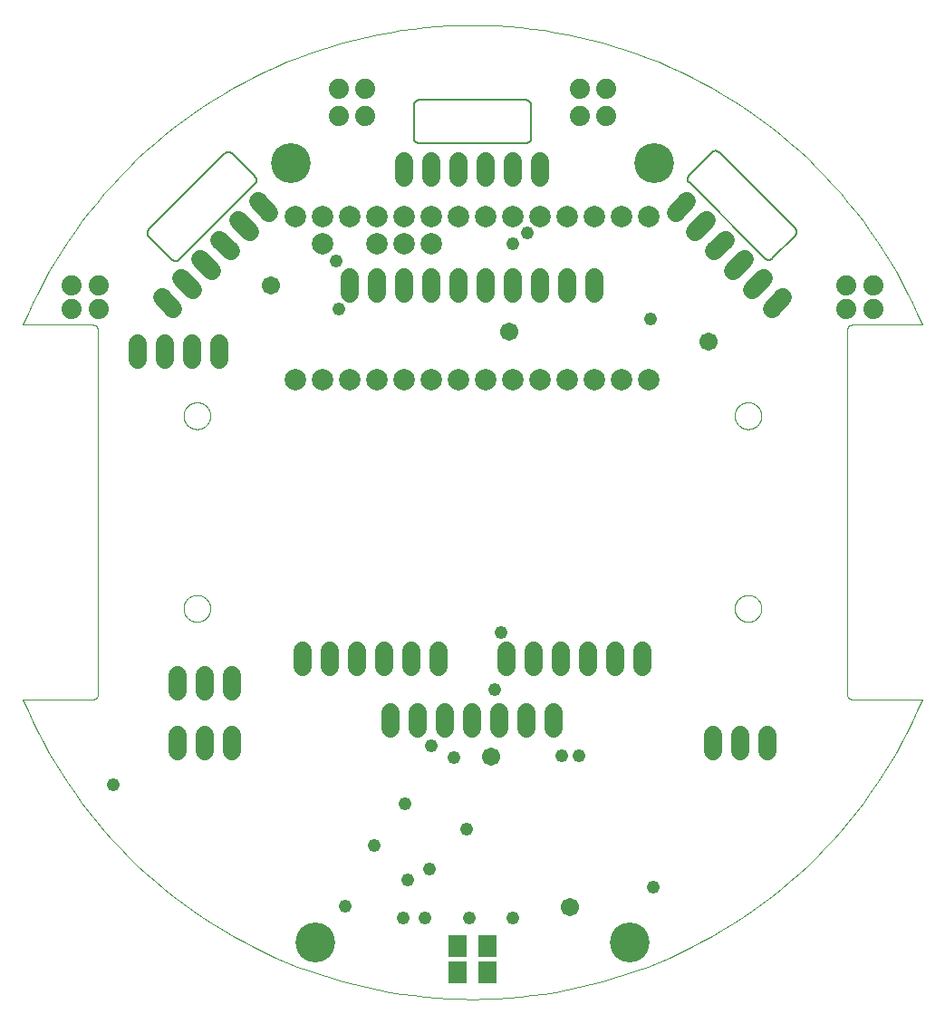
<source format=gbs>
G75*
%MOIN*%
%OFA0B0*%
%FSLAX25Y25*%
%IPPOS*%
%LPD*%
%AMOC8*
5,1,8,0,0,1.08239X$1,22.5*
%
%ADD10C,0.00004*%
%ADD11C,0.00394*%
%ADD12C,0.00600*%
%ADD13C,0.07887*%
%ADD14C,0.06800*%
%ADD15R,0.07099X0.07898*%
%ADD16C,0.07400*%
%ADD17C,0.14643*%
%ADD18C,0.04800*%
%ADD19C,0.06706*%
D10*
X0078851Y0183717D02*
X0078853Y0183857D01*
X0078859Y0183997D01*
X0078869Y0184136D01*
X0078883Y0184275D01*
X0078901Y0184414D01*
X0078922Y0184552D01*
X0078948Y0184690D01*
X0078978Y0184827D01*
X0079011Y0184962D01*
X0079049Y0185097D01*
X0079090Y0185231D01*
X0079135Y0185364D01*
X0079183Y0185495D01*
X0079236Y0185624D01*
X0079292Y0185753D01*
X0079351Y0185879D01*
X0079415Y0186004D01*
X0079481Y0186127D01*
X0079552Y0186248D01*
X0079625Y0186367D01*
X0079702Y0186484D01*
X0079783Y0186598D01*
X0079866Y0186710D01*
X0079953Y0186820D01*
X0080043Y0186928D01*
X0080135Y0187032D01*
X0080231Y0187134D01*
X0080330Y0187234D01*
X0080431Y0187330D01*
X0080535Y0187424D01*
X0080642Y0187514D01*
X0080751Y0187601D01*
X0080863Y0187686D01*
X0080977Y0187767D01*
X0081093Y0187845D01*
X0081211Y0187919D01*
X0081332Y0187990D01*
X0081454Y0188058D01*
X0081579Y0188122D01*
X0081705Y0188183D01*
X0081832Y0188240D01*
X0081962Y0188293D01*
X0082093Y0188343D01*
X0082225Y0188388D01*
X0082358Y0188431D01*
X0082493Y0188469D01*
X0082628Y0188503D01*
X0082765Y0188534D01*
X0082902Y0188561D01*
X0083040Y0188583D01*
X0083179Y0188602D01*
X0083318Y0188617D01*
X0083457Y0188628D01*
X0083597Y0188635D01*
X0083737Y0188638D01*
X0083877Y0188637D01*
X0084017Y0188632D01*
X0084156Y0188623D01*
X0084296Y0188610D01*
X0084435Y0188593D01*
X0084573Y0188572D01*
X0084711Y0188548D01*
X0084848Y0188519D01*
X0084984Y0188487D01*
X0085119Y0188450D01*
X0085253Y0188410D01*
X0085386Y0188366D01*
X0085517Y0188318D01*
X0085647Y0188267D01*
X0085776Y0188212D01*
X0085903Y0188153D01*
X0086028Y0188090D01*
X0086151Y0188025D01*
X0086273Y0187955D01*
X0086392Y0187882D01*
X0086510Y0187806D01*
X0086625Y0187727D01*
X0086738Y0187644D01*
X0086848Y0187558D01*
X0086956Y0187469D01*
X0087061Y0187377D01*
X0087164Y0187282D01*
X0087264Y0187184D01*
X0087361Y0187084D01*
X0087455Y0186980D01*
X0087547Y0186874D01*
X0087635Y0186766D01*
X0087720Y0186655D01*
X0087802Y0186541D01*
X0087881Y0186425D01*
X0087956Y0186308D01*
X0088028Y0186188D01*
X0088096Y0186066D01*
X0088161Y0185942D01*
X0088223Y0185816D01*
X0088281Y0185689D01*
X0088335Y0185560D01*
X0088386Y0185429D01*
X0088432Y0185297D01*
X0088475Y0185164D01*
X0088515Y0185030D01*
X0088550Y0184895D01*
X0088582Y0184758D01*
X0088609Y0184621D01*
X0088633Y0184483D01*
X0088653Y0184345D01*
X0088669Y0184206D01*
X0088681Y0184066D01*
X0088689Y0183927D01*
X0088693Y0183787D01*
X0088693Y0183647D01*
X0088689Y0183507D01*
X0088681Y0183368D01*
X0088669Y0183228D01*
X0088653Y0183089D01*
X0088633Y0182951D01*
X0088609Y0182813D01*
X0088582Y0182676D01*
X0088550Y0182539D01*
X0088515Y0182404D01*
X0088475Y0182270D01*
X0088432Y0182137D01*
X0088386Y0182005D01*
X0088335Y0181874D01*
X0088281Y0181745D01*
X0088223Y0181618D01*
X0088161Y0181492D01*
X0088096Y0181368D01*
X0088028Y0181246D01*
X0087956Y0181126D01*
X0087881Y0181009D01*
X0087802Y0180893D01*
X0087720Y0180779D01*
X0087635Y0180668D01*
X0087547Y0180560D01*
X0087455Y0180454D01*
X0087361Y0180350D01*
X0087264Y0180250D01*
X0087164Y0180152D01*
X0087061Y0180057D01*
X0086956Y0179965D01*
X0086848Y0179876D01*
X0086738Y0179790D01*
X0086625Y0179707D01*
X0086510Y0179628D01*
X0086392Y0179552D01*
X0086273Y0179479D01*
X0086151Y0179409D01*
X0086028Y0179344D01*
X0085903Y0179281D01*
X0085776Y0179222D01*
X0085647Y0179167D01*
X0085517Y0179116D01*
X0085386Y0179068D01*
X0085253Y0179024D01*
X0085119Y0178984D01*
X0084984Y0178947D01*
X0084848Y0178915D01*
X0084711Y0178886D01*
X0084573Y0178862D01*
X0084435Y0178841D01*
X0084296Y0178824D01*
X0084156Y0178811D01*
X0084017Y0178802D01*
X0083877Y0178797D01*
X0083737Y0178796D01*
X0083597Y0178799D01*
X0083457Y0178806D01*
X0083318Y0178817D01*
X0083179Y0178832D01*
X0083040Y0178851D01*
X0082902Y0178873D01*
X0082765Y0178900D01*
X0082628Y0178931D01*
X0082493Y0178965D01*
X0082358Y0179003D01*
X0082225Y0179046D01*
X0082093Y0179091D01*
X0081962Y0179141D01*
X0081832Y0179194D01*
X0081705Y0179251D01*
X0081579Y0179312D01*
X0081454Y0179376D01*
X0081332Y0179444D01*
X0081211Y0179515D01*
X0081093Y0179589D01*
X0080977Y0179667D01*
X0080863Y0179748D01*
X0080751Y0179833D01*
X0080642Y0179920D01*
X0080535Y0180010D01*
X0080431Y0180104D01*
X0080330Y0180200D01*
X0080231Y0180300D01*
X0080135Y0180402D01*
X0080043Y0180506D01*
X0079953Y0180614D01*
X0079866Y0180724D01*
X0079783Y0180836D01*
X0079702Y0180950D01*
X0079625Y0181067D01*
X0079552Y0181186D01*
X0079481Y0181307D01*
X0079415Y0181430D01*
X0079351Y0181555D01*
X0079292Y0181681D01*
X0079236Y0181810D01*
X0079183Y0181939D01*
X0079135Y0182070D01*
X0079090Y0182203D01*
X0079049Y0182337D01*
X0079011Y0182472D01*
X0078978Y0182607D01*
X0078948Y0182744D01*
X0078922Y0182882D01*
X0078901Y0183020D01*
X0078883Y0183159D01*
X0078869Y0183298D01*
X0078859Y0183437D01*
X0078853Y0183577D01*
X0078851Y0183717D01*
X0078851Y0254583D02*
X0078853Y0254723D01*
X0078859Y0254863D01*
X0078869Y0255002D01*
X0078883Y0255141D01*
X0078901Y0255280D01*
X0078922Y0255418D01*
X0078948Y0255556D01*
X0078978Y0255693D01*
X0079011Y0255828D01*
X0079049Y0255963D01*
X0079090Y0256097D01*
X0079135Y0256230D01*
X0079183Y0256361D01*
X0079236Y0256490D01*
X0079292Y0256619D01*
X0079351Y0256745D01*
X0079415Y0256870D01*
X0079481Y0256993D01*
X0079552Y0257114D01*
X0079625Y0257233D01*
X0079702Y0257350D01*
X0079783Y0257464D01*
X0079866Y0257576D01*
X0079953Y0257686D01*
X0080043Y0257794D01*
X0080135Y0257898D01*
X0080231Y0258000D01*
X0080330Y0258100D01*
X0080431Y0258196D01*
X0080535Y0258290D01*
X0080642Y0258380D01*
X0080751Y0258467D01*
X0080863Y0258552D01*
X0080977Y0258633D01*
X0081093Y0258711D01*
X0081211Y0258785D01*
X0081332Y0258856D01*
X0081454Y0258924D01*
X0081579Y0258988D01*
X0081705Y0259049D01*
X0081832Y0259106D01*
X0081962Y0259159D01*
X0082093Y0259209D01*
X0082225Y0259254D01*
X0082358Y0259297D01*
X0082493Y0259335D01*
X0082628Y0259369D01*
X0082765Y0259400D01*
X0082902Y0259427D01*
X0083040Y0259449D01*
X0083179Y0259468D01*
X0083318Y0259483D01*
X0083457Y0259494D01*
X0083597Y0259501D01*
X0083737Y0259504D01*
X0083877Y0259503D01*
X0084017Y0259498D01*
X0084156Y0259489D01*
X0084296Y0259476D01*
X0084435Y0259459D01*
X0084573Y0259438D01*
X0084711Y0259414D01*
X0084848Y0259385D01*
X0084984Y0259353D01*
X0085119Y0259316D01*
X0085253Y0259276D01*
X0085386Y0259232D01*
X0085517Y0259184D01*
X0085647Y0259133D01*
X0085776Y0259078D01*
X0085903Y0259019D01*
X0086028Y0258956D01*
X0086151Y0258891D01*
X0086273Y0258821D01*
X0086392Y0258748D01*
X0086510Y0258672D01*
X0086625Y0258593D01*
X0086738Y0258510D01*
X0086848Y0258424D01*
X0086956Y0258335D01*
X0087061Y0258243D01*
X0087164Y0258148D01*
X0087264Y0258050D01*
X0087361Y0257950D01*
X0087455Y0257846D01*
X0087547Y0257740D01*
X0087635Y0257632D01*
X0087720Y0257521D01*
X0087802Y0257407D01*
X0087881Y0257291D01*
X0087956Y0257174D01*
X0088028Y0257054D01*
X0088096Y0256932D01*
X0088161Y0256808D01*
X0088223Y0256682D01*
X0088281Y0256555D01*
X0088335Y0256426D01*
X0088386Y0256295D01*
X0088432Y0256163D01*
X0088475Y0256030D01*
X0088515Y0255896D01*
X0088550Y0255761D01*
X0088582Y0255624D01*
X0088609Y0255487D01*
X0088633Y0255349D01*
X0088653Y0255211D01*
X0088669Y0255072D01*
X0088681Y0254932D01*
X0088689Y0254793D01*
X0088693Y0254653D01*
X0088693Y0254513D01*
X0088689Y0254373D01*
X0088681Y0254234D01*
X0088669Y0254094D01*
X0088653Y0253955D01*
X0088633Y0253817D01*
X0088609Y0253679D01*
X0088582Y0253542D01*
X0088550Y0253405D01*
X0088515Y0253270D01*
X0088475Y0253136D01*
X0088432Y0253003D01*
X0088386Y0252871D01*
X0088335Y0252740D01*
X0088281Y0252611D01*
X0088223Y0252484D01*
X0088161Y0252358D01*
X0088096Y0252234D01*
X0088028Y0252112D01*
X0087956Y0251992D01*
X0087881Y0251875D01*
X0087802Y0251759D01*
X0087720Y0251645D01*
X0087635Y0251534D01*
X0087547Y0251426D01*
X0087455Y0251320D01*
X0087361Y0251216D01*
X0087264Y0251116D01*
X0087164Y0251018D01*
X0087061Y0250923D01*
X0086956Y0250831D01*
X0086848Y0250742D01*
X0086738Y0250656D01*
X0086625Y0250573D01*
X0086510Y0250494D01*
X0086392Y0250418D01*
X0086273Y0250345D01*
X0086151Y0250275D01*
X0086028Y0250210D01*
X0085903Y0250147D01*
X0085776Y0250088D01*
X0085647Y0250033D01*
X0085517Y0249982D01*
X0085386Y0249934D01*
X0085253Y0249890D01*
X0085119Y0249850D01*
X0084984Y0249813D01*
X0084848Y0249781D01*
X0084711Y0249752D01*
X0084573Y0249728D01*
X0084435Y0249707D01*
X0084296Y0249690D01*
X0084156Y0249677D01*
X0084017Y0249668D01*
X0083877Y0249663D01*
X0083737Y0249662D01*
X0083597Y0249665D01*
X0083457Y0249672D01*
X0083318Y0249683D01*
X0083179Y0249698D01*
X0083040Y0249717D01*
X0082902Y0249739D01*
X0082765Y0249766D01*
X0082628Y0249797D01*
X0082493Y0249831D01*
X0082358Y0249869D01*
X0082225Y0249912D01*
X0082093Y0249957D01*
X0081962Y0250007D01*
X0081832Y0250060D01*
X0081705Y0250117D01*
X0081579Y0250178D01*
X0081454Y0250242D01*
X0081332Y0250310D01*
X0081211Y0250381D01*
X0081093Y0250455D01*
X0080977Y0250533D01*
X0080863Y0250614D01*
X0080751Y0250699D01*
X0080642Y0250786D01*
X0080535Y0250876D01*
X0080431Y0250970D01*
X0080330Y0251066D01*
X0080231Y0251166D01*
X0080135Y0251268D01*
X0080043Y0251372D01*
X0079953Y0251480D01*
X0079866Y0251590D01*
X0079783Y0251702D01*
X0079702Y0251816D01*
X0079625Y0251933D01*
X0079552Y0252052D01*
X0079481Y0252173D01*
X0079415Y0252296D01*
X0079351Y0252421D01*
X0079292Y0252547D01*
X0079236Y0252676D01*
X0079183Y0252805D01*
X0079135Y0252936D01*
X0079090Y0253069D01*
X0079049Y0253203D01*
X0079011Y0253338D01*
X0078978Y0253473D01*
X0078948Y0253610D01*
X0078922Y0253748D01*
X0078901Y0253886D01*
X0078883Y0254025D01*
X0078869Y0254164D01*
X0078859Y0254303D01*
X0078853Y0254443D01*
X0078851Y0254583D01*
X0281607Y0254583D02*
X0281609Y0254723D01*
X0281615Y0254863D01*
X0281625Y0255002D01*
X0281639Y0255141D01*
X0281657Y0255280D01*
X0281678Y0255418D01*
X0281704Y0255556D01*
X0281734Y0255693D01*
X0281767Y0255828D01*
X0281805Y0255963D01*
X0281846Y0256097D01*
X0281891Y0256230D01*
X0281939Y0256361D01*
X0281992Y0256490D01*
X0282048Y0256619D01*
X0282107Y0256745D01*
X0282171Y0256870D01*
X0282237Y0256993D01*
X0282308Y0257114D01*
X0282381Y0257233D01*
X0282458Y0257350D01*
X0282539Y0257464D01*
X0282622Y0257576D01*
X0282709Y0257686D01*
X0282799Y0257794D01*
X0282891Y0257898D01*
X0282987Y0258000D01*
X0283086Y0258100D01*
X0283187Y0258196D01*
X0283291Y0258290D01*
X0283398Y0258380D01*
X0283507Y0258467D01*
X0283619Y0258552D01*
X0283733Y0258633D01*
X0283849Y0258711D01*
X0283967Y0258785D01*
X0284088Y0258856D01*
X0284210Y0258924D01*
X0284335Y0258988D01*
X0284461Y0259049D01*
X0284588Y0259106D01*
X0284718Y0259159D01*
X0284849Y0259209D01*
X0284981Y0259254D01*
X0285114Y0259297D01*
X0285249Y0259335D01*
X0285384Y0259369D01*
X0285521Y0259400D01*
X0285658Y0259427D01*
X0285796Y0259449D01*
X0285935Y0259468D01*
X0286074Y0259483D01*
X0286213Y0259494D01*
X0286353Y0259501D01*
X0286493Y0259504D01*
X0286633Y0259503D01*
X0286773Y0259498D01*
X0286912Y0259489D01*
X0287052Y0259476D01*
X0287191Y0259459D01*
X0287329Y0259438D01*
X0287467Y0259414D01*
X0287604Y0259385D01*
X0287740Y0259353D01*
X0287875Y0259316D01*
X0288009Y0259276D01*
X0288142Y0259232D01*
X0288273Y0259184D01*
X0288403Y0259133D01*
X0288532Y0259078D01*
X0288659Y0259019D01*
X0288784Y0258956D01*
X0288907Y0258891D01*
X0289029Y0258821D01*
X0289148Y0258748D01*
X0289266Y0258672D01*
X0289381Y0258593D01*
X0289494Y0258510D01*
X0289604Y0258424D01*
X0289712Y0258335D01*
X0289817Y0258243D01*
X0289920Y0258148D01*
X0290020Y0258050D01*
X0290117Y0257950D01*
X0290211Y0257846D01*
X0290303Y0257740D01*
X0290391Y0257632D01*
X0290476Y0257521D01*
X0290558Y0257407D01*
X0290637Y0257291D01*
X0290712Y0257174D01*
X0290784Y0257054D01*
X0290852Y0256932D01*
X0290917Y0256808D01*
X0290979Y0256682D01*
X0291037Y0256555D01*
X0291091Y0256426D01*
X0291142Y0256295D01*
X0291188Y0256163D01*
X0291231Y0256030D01*
X0291271Y0255896D01*
X0291306Y0255761D01*
X0291338Y0255624D01*
X0291365Y0255487D01*
X0291389Y0255349D01*
X0291409Y0255211D01*
X0291425Y0255072D01*
X0291437Y0254932D01*
X0291445Y0254793D01*
X0291449Y0254653D01*
X0291449Y0254513D01*
X0291445Y0254373D01*
X0291437Y0254234D01*
X0291425Y0254094D01*
X0291409Y0253955D01*
X0291389Y0253817D01*
X0291365Y0253679D01*
X0291338Y0253542D01*
X0291306Y0253405D01*
X0291271Y0253270D01*
X0291231Y0253136D01*
X0291188Y0253003D01*
X0291142Y0252871D01*
X0291091Y0252740D01*
X0291037Y0252611D01*
X0290979Y0252484D01*
X0290917Y0252358D01*
X0290852Y0252234D01*
X0290784Y0252112D01*
X0290712Y0251992D01*
X0290637Y0251875D01*
X0290558Y0251759D01*
X0290476Y0251645D01*
X0290391Y0251534D01*
X0290303Y0251426D01*
X0290211Y0251320D01*
X0290117Y0251216D01*
X0290020Y0251116D01*
X0289920Y0251018D01*
X0289817Y0250923D01*
X0289712Y0250831D01*
X0289604Y0250742D01*
X0289494Y0250656D01*
X0289381Y0250573D01*
X0289266Y0250494D01*
X0289148Y0250418D01*
X0289029Y0250345D01*
X0288907Y0250275D01*
X0288784Y0250210D01*
X0288659Y0250147D01*
X0288532Y0250088D01*
X0288403Y0250033D01*
X0288273Y0249982D01*
X0288142Y0249934D01*
X0288009Y0249890D01*
X0287875Y0249850D01*
X0287740Y0249813D01*
X0287604Y0249781D01*
X0287467Y0249752D01*
X0287329Y0249728D01*
X0287191Y0249707D01*
X0287052Y0249690D01*
X0286912Y0249677D01*
X0286773Y0249668D01*
X0286633Y0249663D01*
X0286493Y0249662D01*
X0286353Y0249665D01*
X0286213Y0249672D01*
X0286074Y0249683D01*
X0285935Y0249698D01*
X0285796Y0249717D01*
X0285658Y0249739D01*
X0285521Y0249766D01*
X0285384Y0249797D01*
X0285249Y0249831D01*
X0285114Y0249869D01*
X0284981Y0249912D01*
X0284849Y0249957D01*
X0284718Y0250007D01*
X0284588Y0250060D01*
X0284461Y0250117D01*
X0284335Y0250178D01*
X0284210Y0250242D01*
X0284088Y0250310D01*
X0283967Y0250381D01*
X0283849Y0250455D01*
X0283733Y0250533D01*
X0283619Y0250614D01*
X0283507Y0250699D01*
X0283398Y0250786D01*
X0283291Y0250876D01*
X0283187Y0250970D01*
X0283086Y0251066D01*
X0282987Y0251166D01*
X0282891Y0251268D01*
X0282799Y0251372D01*
X0282709Y0251480D01*
X0282622Y0251590D01*
X0282539Y0251702D01*
X0282458Y0251816D01*
X0282381Y0251933D01*
X0282308Y0252052D01*
X0282237Y0252173D01*
X0282171Y0252296D01*
X0282107Y0252421D01*
X0282048Y0252547D01*
X0281992Y0252676D01*
X0281939Y0252805D01*
X0281891Y0252936D01*
X0281846Y0253069D01*
X0281805Y0253203D01*
X0281767Y0253338D01*
X0281734Y0253473D01*
X0281704Y0253610D01*
X0281678Y0253748D01*
X0281657Y0253886D01*
X0281639Y0254025D01*
X0281625Y0254164D01*
X0281615Y0254303D01*
X0281609Y0254443D01*
X0281607Y0254583D01*
X0281607Y0183717D02*
X0281609Y0183857D01*
X0281615Y0183997D01*
X0281625Y0184136D01*
X0281639Y0184275D01*
X0281657Y0184414D01*
X0281678Y0184552D01*
X0281704Y0184690D01*
X0281734Y0184827D01*
X0281767Y0184962D01*
X0281805Y0185097D01*
X0281846Y0185231D01*
X0281891Y0185364D01*
X0281939Y0185495D01*
X0281992Y0185624D01*
X0282048Y0185753D01*
X0282107Y0185879D01*
X0282171Y0186004D01*
X0282237Y0186127D01*
X0282308Y0186248D01*
X0282381Y0186367D01*
X0282458Y0186484D01*
X0282539Y0186598D01*
X0282622Y0186710D01*
X0282709Y0186820D01*
X0282799Y0186928D01*
X0282891Y0187032D01*
X0282987Y0187134D01*
X0283086Y0187234D01*
X0283187Y0187330D01*
X0283291Y0187424D01*
X0283398Y0187514D01*
X0283507Y0187601D01*
X0283619Y0187686D01*
X0283733Y0187767D01*
X0283849Y0187845D01*
X0283967Y0187919D01*
X0284088Y0187990D01*
X0284210Y0188058D01*
X0284335Y0188122D01*
X0284461Y0188183D01*
X0284588Y0188240D01*
X0284718Y0188293D01*
X0284849Y0188343D01*
X0284981Y0188388D01*
X0285114Y0188431D01*
X0285249Y0188469D01*
X0285384Y0188503D01*
X0285521Y0188534D01*
X0285658Y0188561D01*
X0285796Y0188583D01*
X0285935Y0188602D01*
X0286074Y0188617D01*
X0286213Y0188628D01*
X0286353Y0188635D01*
X0286493Y0188638D01*
X0286633Y0188637D01*
X0286773Y0188632D01*
X0286912Y0188623D01*
X0287052Y0188610D01*
X0287191Y0188593D01*
X0287329Y0188572D01*
X0287467Y0188548D01*
X0287604Y0188519D01*
X0287740Y0188487D01*
X0287875Y0188450D01*
X0288009Y0188410D01*
X0288142Y0188366D01*
X0288273Y0188318D01*
X0288403Y0188267D01*
X0288532Y0188212D01*
X0288659Y0188153D01*
X0288784Y0188090D01*
X0288907Y0188025D01*
X0289029Y0187955D01*
X0289148Y0187882D01*
X0289266Y0187806D01*
X0289381Y0187727D01*
X0289494Y0187644D01*
X0289604Y0187558D01*
X0289712Y0187469D01*
X0289817Y0187377D01*
X0289920Y0187282D01*
X0290020Y0187184D01*
X0290117Y0187084D01*
X0290211Y0186980D01*
X0290303Y0186874D01*
X0290391Y0186766D01*
X0290476Y0186655D01*
X0290558Y0186541D01*
X0290637Y0186425D01*
X0290712Y0186308D01*
X0290784Y0186188D01*
X0290852Y0186066D01*
X0290917Y0185942D01*
X0290979Y0185816D01*
X0291037Y0185689D01*
X0291091Y0185560D01*
X0291142Y0185429D01*
X0291188Y0185297D01*
X0291231Y0185164D01*
X0291271Y0185030D01*
X0291306Y0184895D01*
X0291338Y0184758D01*
X0291365Y0184621D01*
X0291389Y0184483D01*
X0291409Y0184345D01*
X0291425Y0184206D01*
X0291437Y0184066D01*
X0291445Y0183927D01*
X0291449Y0183787D01*
X0291449Y0183647D01*
X0291445Y0183507D01*
X0291437Y0183368D01*
X0291425Y0183228D01*
X0291409Y0183089D01*
X0291389Y0182951D01*
X0291365Y0182813D01*
X0291338Y0182676D01*
X0291306Y0182539D01*
X0291271Y0182404D01*
X0291231Y0182270D01*
X0291188Y0182137D01*
X0291142Y0182005D01*
X0291091Y0181874D01*
X0291037Y0181745D01*
X0290979Y0181618D01*
X0290917Y0181492D01*
X0290852Y0181368D01*
X0290784Y0181246D01*
X0290712Y0181126D01*
X0290637Y0181009D01*
X0290558Y0180893D01*
X0290476Y0180779D01*
X0290391Y0180668D01*
X0290303Y0180560D01*
X0290211Y0180454D01*
X0290117Y0180350D01*
X0290020Y0180250D01*
X0289920Y0180152D01*
X0289817Y0180057D01*
X0289712Y0179965D01*
X0289604Y0179876D01*
X0289494Y0179790D01*
X0289381Y0179707D01*
X0289266Y0179628D01*
X0289148Y0179552D01*
X0289029Y0179479D01*
X0288907Y0179409D01*
X0288784Y0179344D01*
X0288659Y0179281D01*
X0288532Y0179222D01*
X0288403Y0179167D01*
X0288273Y0179116D01*
X0288142Y0179068D01*
X0288009Y0179024D01*
X0287875Y0178984D01*
X0287740Y0178947D01*
X0287604Y0178915D01*
X0287467Y0178886D01*
X0287329Y0178862D01*
X0287191Y0178841D01*
X0287052Y0178824D01*
X0286912Y0178811D01*
X0286773Y0178802D01*
X0286633Y0178797D01*
X0286493Y0178796D01*
X0286353Y0178799D01*
X0286213Y0178806D01*
X0286074Y0178817D01*
X0285935Y0178832D01*
X0285796Y0178851D01*
X0285658Y0178873D01*
X0285521Y0178900D01*
X0285384Y0178931D01*
X0285249Y0178965D01*
X0285114Y0179003D01*
X0284981Y0179046D01*
X0284849Y0179091D01*
X0284718Y0179141D01*
X0284588Y0179194D01*
X0284461Y0179251D01*
X0284335Y0179312D01*
X0284210Y0179376D01*
X0284088Y0179444D01*
X0283967Y0179515D01*
X0283849Y0179589D01*
X0283733Y0179667D01*
X0283619Y0179748D01*
X0283507Y0179833D01*
X0283398Y0179920D01*
X0283291Y0180010D01*
X0283187Y0180104D01*
X0283086Y0180200D01*
X0282987Y0180300D01*
X0282891Y0180402D01*
X0282799Y0180506D01*
X0282709Y0180614D01*
X0282622Y0180724D01*
X0282539Y0180836D01*
X0282458Y0180950D01*
X0282381Y0181067D01*
X0282308Y0181186D01*
X0282237Y0181307D01*
X0282171Y0181430D01*
X0282107Y0181555D01*
X0282048Y0181681D01*
X0281992Y0181810D01*
X0281939Y0181939D01*
X0281891Y0182070D01*
X0281846Y0182203D01*
X0281805Y0182337D01*
X0281767Y0182472D01*
X0281734Y0182607D01*
X0281704Y0182744D01*
X0281678Y0182882D01*
X0281657Y0183020D01*
X0281639Y0183159D01*
X0281625Y0183298D01*
X0281615Y0183437D01*
X0281609Y0183577D01*
X0281607Y0183717D01*
D11*
X0322945Y0152221D02*
X0322945Y0286079D01*
X0322947Y0286165D01*
X0322952Y0286251D01*
X0322962Y0286336D01*
X0322975Y0286421D01*
X0322992Y0286505D01*
X0323012Y0286589D01*
X0323036Y0286671D01*
X0323064Y0286752D01*
X0323095Y0286833D01*
X0323129Y0286911D01*
X0323167Y0286988D01*
X0323209Y0287064D01*
X0323253Y0287137D01*
X0323301Y0287208D01*
X0323352Y0287278D01*
X0323406Y0287345D01*
X0323462Y0287409D01*
X0323522Y0287471D01*
X0323584Y0287531D01*
X0323648Y0287587D01*
X0323715Y0287641D01*
X0323785Y0287692D01*
X0323856Y0287740D01*
X0323930Y0287784D01*
X0324005Y0287826D01*
X0324082Y0287864D01*
X0324160Y0287898D01*
X0324241Y0287929D01*
X0324322Y0287957D01*
X0324404Y0287981D01*
X0324488Y0288001D01*
X0324572Y0288018D01*
X0324657Y0288031D01*
X0324742Y0288041D01*
X0324828Y0288046D01*
X0324914Y0288048D01*
X0350504Y0288048D01*
X0350504Y0150252D02*
X0324914Y0150252D01*
X0324828Y0150254D01*
X0324742Y0150259D01*
X0324657Y0150269D01*
X0324572Y0150282D01*
X0324488Y0150299D01*
X0324404Y0150319D01*
X0324322Y0150343D01*
X0324241Y0150371D01*
X0324160Y0150402D01*
X0324082Y0150436D01*
X0324005Y0150474D01*
X0323930Y0150516D01*
X0323856Y0150560D01*
X0323785Y0150608D01*
X0323715Y0150659D01*
X0323648Y0150713D01*
X0323584Y0150769D01*
X0323522Y0150829D01*
X0323462Y0150891D01*
X0323406Y0150955D01*
X0323352Y0151022D01*
X0323301Y0151092D01*
X0323253Y0151163D01*
X0323209Y0151237D01*
X0323167Y0151312D01*
X0323129Y0151389D01*
X0323095Y0151467D01*
X0323064Y0151548D01*
X0323036Y0151629D01*
X0323012Y0151711D01*
X0322992Y0151795D01*
X0322975Y0151879D01*
X0322962Y0151964D01*
X0322952Y0152049D01*
X0322947Y0152135D01*
X0322945Y0152221D01*
X0350504Y0288048D02*
X0348767Y0292078D01*
X0346931Y0296064D01*
X0344999Y0300004D01*
X0342970Y0303896D01*
X0340846Y0307737D01*
X0338630Y0311524D01*
X0336321Y0315257D01*
X0333921Y0318931D01*
X0331432Y0322546D01*
X0328855Y0326098D01*
X0326192Y0329586D01*
X0323444Y0333009D01*
X0320613Y0336362D01*
X0317701Y0339646D01*
X0314709Y0342857D01*
X0311640Y0345993D01*
X0308495Y0349054D01*
X0305275Y0352037D01*
X0301984Y0354940D01*
X0298622Y0357761D01*
X0295193Y0360499D01*
X0291697Y0363153D01*
X0288137Y0365720D01*
X0284516Y0368198D01*
X0280835Y0370588D01*
X0277096Y0372887D01*
X0273302Y0375093D01*
X0269455Y0377206D01*
X0265558Y0379223D01*
X0261613Y0381145D01*
X0257621Y0382970D01*
X0253586Y0384696D01*
X0249510Y0386323D01*
X0245396Y0387849D01*
X0241245Y0389275D01*
X0237060Y0390598D01*
X0232845Y0391818D01*
X0228600Y0392935D01*
X0224330Y0393947D01*
X0220036Y0394854D01*
X0215721Y0395656D01*
X0211388Y0396352D01*
X0207039Y0396942D01*
X0202677Y0397424D01*
X0198305Y0397800D01*
X0193924Y0398069D01*
X0189538Y0398230D01*
X0185150Y0398284D01*
X0180762Y0398230D01*
X0176376Y0398069D01*
X0171995Y0397800D01*
X0167623Y0397424D01*
X0163261Y0396942D01*
X0158912Y0396352D01*
X0154579Y0395656D01*
X0150264Y0394854D01*
X0145970Y0393947D01*
X0141700Y0392935D01*
X0137455Y0391818D01*
X0133240Y0390598D01*
X0129055Y0389275D01*
X0124904Y0387849D01*
X0120790Y0386323D01*
X0116714Y0384696D01*
X0112679Y0382970D01*
X0108687Y0381145D01*
X0104742Y0379223D01*
X0100845Y0377206D01*
X0096998Y0375093D01*
X0093204Y0372887D01*
X0089465Y0370588D01*
X0085784Y0368198D01*
X0082163Y0365720D01*
X0078603Y0363153D01*
X0075107Y0360499D01*
X0071678Y0357761D01*
X0068316Y0354940D01*
X0065025Y0352037D01*
X0061805Y0349054D01*
X0058660Y0345993D01*
X0055591Y0342857D01*
X0052599Y0339646D01*
X0049687Y0336362D01*
X0046856Y0333009D01*
X0044108Y0329586D01*
X0041445Y0326098D01*
X0038868Y0322546D01*
X0036379Y0318931D01*
X0033979Y0315257D01*
X0031670Y0311524D01*
X0029454Y0307737D01*
X0027330Y0303896D01*
X0025301Y0300004D01*
X0023369Y0296064D01*
X0021533Y0292078D01*
X0019796Y0288048D01*
X0045386Y0288048D01*
X0045472Y0288046D01*
X0045558Y0288041D01*
X0045643Y0288031D01*
X0045728Y0288018D01*
X0045812Y0288001D01*
X0045896Y0287981D01*
X0045978Y0287957D01*
X0046059Y0287929D01*
X0046140Y0287898D01*
X0046218Y0287864D01*
X0046295Y0287826D01*
X0046371Y0287784D01*
X0046444Y0287740D01*
X0046515Y0287692D01*
X0046585Y0287641D01*
X0046652Y0287587D01*
X0046716Y0287531D01*
X0046778Y0287471D01*
X0046838Y0287409D01*
X0046894Y0287345D01*
X0046948Y0287278D01*
X0046999Y0287208D01*
X0047047Y0287137D01*
X0047091Y0287064D01*
X0047133Y0286988D01*
X0047171Y0286911D01*
X0047205Y0286833D01*
X0047236Y0286752D01*
X0047264Y0286671D01*
X0047288Y0286589D01*
X0047308Y0286505D01*
X0047325Y0286421D01*
X0047338Y0286336D01*
X0047348Y0286251D01*
X0047353Y0286165D01*
X0047355Y0286079D01*
X0047355Y0152221D01*
X0047353Y0152135D01*
X0047348Y0152049D01*
X0047338Y0151964D01*
X0047325Y0151879D01*
X0047308Y0151795D01*
X0047288Y0151711D01*
X0047264Y0151629D01*
X0047236Y0151548D01*
X0047205Y0151467D01*
X0047171Y0151389D01*
X0047133Y0151312D01*
X0047091Y0151237D01*
X0047047Y0151163D01*
X0046999Y0151092D01*
X0046948Y0151022D01*
X0046894Y0150955D01*
X0046838Y0150891D01*
X0046778Y0150829D01*
X0046716Y0150769D01*
X0046652Y0150713D01*
X0046585Y0150659D01*
X0046515Y0150608D01*
X0046444Y0150560D01*
X0046371Y0150516D01*
X0046295Y0150474D01*
X0046218Y0150436D01*
X0046140Y0150402D01*
X0046059Y0150371D01*
X0045978Y0150343D01*
X0045896Y0150319D01*
X0045812Y0150299D01*
X0045728Y0150282D01*
X0045643Y0150269D01*
X0045558Y0150259D01*
X0045472Y0150254D01*
X0045386Y0150252D01*
X0019796Y0150252D01*
X0021533Y0146222D01*
X0023369Y0142236D01*
X0025301Y0138296D01*
X0027330Y0134404D01*
X0029454Y0130563D01*
X0031670Y0126776D01*
X0033979Y0123043D01*
X0036379Y0119369D01*
X0038868Y0115754D01*
X0041445Y0112202D01*
X0044108Y0108714D01*
X0046856Y0105291D01*
X0049687Y0101938D01*
X0052599Y0098654D01*
X0055591Y0095443D01*
X0058660Y0092307D01*
X0061805Y0089246D01*
X0065025Y0086263D01*
X0068316Y0083360D01*
X0071678Y0080539D01*
X0075107Y0077801D01*
X0078603Y0075147D01*
X0082163Y0072580D01*
X0085784Y0070102D01*
X0089465Y0067712D01*
X0093204Y0065413D01*
X0096998Y0063207D01*
X0100845Y0061094D01*
X0104742Y0059077D01*
X0108687Y0057155D01*
X0112679Y0055330D01*
X0116714Y0053604D01*
X0120790Y0051977D01*
X0124904Y0050451D01*
X0129055Y0049025D01*
X0133240Y0047702D01*
X0137455Y0046482D01*
X0141700Y0045365D01*
X0145970Y0044353D01*
X0150264Y0043446D01*
X0154579Y0042644D01*
X0158912Y0041948D01*
X0163261Y0041358D01*
X0167623Y0040876D01*
X0171995Y0040500D01*
X0176376Y0040231D01*
X0180762Y0040070D01*
X0185150Y0040016D01*
X0189538Y0040070D01*
X0193924Y0040231D01*
X0198305Y0040500D01*
X0202677Y0040876D01*
X0207039Y0041358D01*
X0211388Y0041948D01*
X0215721Y0042644D01*
X0220036Y0043446D01*
X0224330Y0044353D01*
X0228600Y0045365D01*
X0232845Y0046482D01*
X0237060Y0047702D01*
X0241245Y0049025D01*
X0245396Y0050451D01*
X0249510Y0051977D01*
X0253586Y0053604D01*
X0257621Y0055330D01*
X0261613Y0057155D01*
X0265558Y0059077D01*
X0269455Y0061094D01*
X0273302Y0063207D01*
X0277096Y0065413D01*
X0280835Y0067712D01*
X0284516Y0070102D01*
X0288137Y0072580D01*
X0291697Y0075147D01*
X0295193Y0077801D01*
X0298622Y0080539D01*
X0301984Y0083360D01*
X0305275Y0086263D01*
X0308495Y0089246D01*
X0311640Y0092307D01*
X0314709Y0095443D01*
X0317701Y0098654D01*
X0320613Y0101938D01*
X0323444Y0105291D01*
X0326192Y0108714D01*
X0328855Y0112202D01*
X0331432Y0115754D01*
X0333921Y0119369D01*
X0336321Y0123043D01*
X0338630Y0126776D01*
X0340846Y0130563D01*
X0342970Y0134404D01*
X0344999Y0138296D01*
X0346931Y0142236D01*
X0348767Y0146222D01*
X0350504Y0150252D01*
D12*
X0295469Y0312527D02*
X0303821Y0320878D01*
X0303881Y0320940D01*
X0303937Y0321004D01*
X0303991Y0321071D01*
X0304042Y0321141D01*
X0304090Y0321212D01*
X0304134Y0321286D01*
X0304176Y0321361D01*
X0304214Y0321438D01*
X0304248Y0321516D01*
X0304279Y0321597D01*
X0304307Y0321678D01*
X0304331Y0321760D01*
X0304351Y0321844D01*
X0304368Y0321928D01*
X0304381Y0322013D01*
X0304391Y0322098D01*
X0304396Y0322184D01*
X0304398Y0322270D01*
X0304396Y0322356D01*
X0304391Y0322442D01*
X0304381Y0322527D01*
X0304368Y0322612D01*
X0304351Y0322696D01*
X0304331Y0322780D01*
X0304307Y0322862D01*
X0304279Y0322943D01*
X0304248Y0323024D01*
X0304214Y0323102D01*
X0304176Y0323179D01*
X0304134Y0323255D01*
X0304090Y0323328D01*
X0304042Y0323399D01*
X0303991Y0323469D01*
X0303937Y0323536D01*
X0303881Y0323600D01*
X0303821Y0323662D01*
X0275982Y0351501D01*
X0275920Y0351561D01*
X0275856Y0351617D01*
X0275789Y0351671D01*
X0275719Y0351722D01*
X0275648Y0351770D01*
X0275575Y0351814D01*
X0275499Y0351856D01*
X0275422Y0351894D01*
X0275344Y0351928D01*
X0275263Y0351959D01*
X0275182Y0351987D01*
X0275100Y0352011D01*
X0275016Y0352031D01*
X0274932Y0352048D01*
X0274847Y0352061D01*
X0274762Y0352071D01*
X0274676Y0352076D01*
X0274590Y0352078D01*
X0274504Y0352076D01*
X0274418Y0352071D01*
X0274333Y0352061D01*
X0274248Y0352048D01*
X0274164Y0352031D01*
X0274080Y0352011D01*
X0273998Y0351987D01*
X0273917Y0351959D01*
X0273836Y0351928D01*
X0273758Y0351894D01*
X0273681Y0351856D01*
X0273606Y0351814D01*
X0273532Y0351770D01*
X0273461Y0351722D01*
X0273391Y0351671D01*
X0273324Y0351617D01*
X0273260Y0351561D01*
X0273198Y0351501D01*
X0264846Y0343149D01*
X0264846Y0343150D02*
X0264786Y0343088D01*
X0264730Y0343024D01*
X0264676Y0342957D01*
X0264625Y0342887D01*
X0264577Y0342816D01*
X0264533Y0342743D01*
X0264491Y0342667D01*
X0264453Y0342590D01*
X0264419Y0342512D01*
X0264388Y0342431D01*
X0264360Y0342350D01*
X0264336Y0342268D01*
X0264316Y0342184D01*
X0264299Y0342100D01*
X0264286Y0342015D01*
X0264276Y0341930D01*
X0264271Y0341844D01*
X0264269Y0341758D01*
X0264271Y0341672D01*
X0264276Y0341586D01*
X0264286Y0341501D01*
X0264299Y0341416D01*
X0264316Y0341332D01*
X0264336Y0341248D01*
X0264360Y0341166D01*
X0264388Y0341085D01*
X0264419Y0341004D01*
X0264453Y0340926D01*
X0264491Y0340849D01*
X0264533Y0340774D01*
X0264577Y0340700D01*
X0264625Y0340629D01*
X0264676Y0340559D01*
X0264730Y0340492D01*
X0264786Y0340428D01*
X0264846Y0340366D01*
X0292685Y0312527D01*
X0292747Y0312467D01*
X0292811Y0312411D01*
X0292878Y0312357D01*
X0292948Y0312306D01*
X0293019Y0312258D01*
X0293093Y0312214D01*
X0293168Y0312172D01*
X0293245Y0312134D01*
X0293323Y0312100D01*
X0293404Y0312069D01*
X0293485Y0312041D01*
X0293567Y0312017D01*
X0293651Y0311997D01*
X0293735Y0311980D01*
X0293820Y0311967D01*
X0293905Y0311957D01*
X0293991Y0311952D01*
X0294077Y0311950D01*
X0294163Y0311952D01*
X0294249Y0311957D01*
X0294334Y0311967D01*
X0294419Y0311980D01*
X0294503Y0311997D01*
X0294587Y0312017D01*
X0294669Y0312041D01*
X0294750Y0312069D01*
X0294831Y0312100D01*
X0294909Y0312134D01*
X0294986Y0312172D01*
X0295062Y0312214D01*
X0295135Y0312258D01*
X0295206Y0312306D01*
X0295276Y0312357D01*
X0295343Y0312411D01*
X0295407Y0312467D01*
X0295469Y0312527D01*
X0206804Y0356945D02*
X0206804Y0368756D01*
X0206802Y0368842D01*
X0206797Y0368928D01*
X0206787Y0369013D01*
X0206774Y0369098D01*
X0206757Y0369182D01*
X0206737Y0369266D01*
X0206713Y0369348D01*
X0206685Y0369429D01*
X0206654Y0369510D01*
X0206620Y0369588D01*
X0206582Y0369665D01*
X0206540Y0369741D01*
X0206496Y0369814D01*
X0206448Y0369885D01*
X0206397Y0369955D01*
X0206343Y0370022D01*
X0206287Y0370086D01*
X0206227Y0370148D01*
X0206165Y0370208D01*
X0206101Y0370264D01*
X0206034Y0370318D01*
X0205964Y0370369D01*
X0205893Y0370417D01*
X0205820Y0370461D01*
X0205744Y0370503D01*
X0205667Y0370541D01*
X0205589Y0370575D01*
X0205508Y0370606D01*
X0205427Y0370634D01*
X0205345Y0370658D01*
X0205261Y0370678D01*
X0205177Y0370695D01*
X0205092Y0370708D01*
X0205007Y0370718D01*
X0204921Y0370723D01*
X0204835Y0370725D01*
X0165465Y0370725D01*
X0165379Y0370723D01*
X0165293Y0370718D01*
X0165208Y0370708D01*
X0165123Y0370695D01*
X0165039Y0370678D01*
X0164955Y0370658D01*
X0164873Y0370634D01*
X0164792Y0370606D01*
X0164711Y0370575D01*
X0164633Y0370541D01*
X0164556Y0370503D01*
X0164481Y0370461D01*
X0164407Y0370417D01*
X0164336Y0370369D01*
X0164266Y0370318D01*
X0164199Y0370264D01*
X0164135Y0370208D01*
X0164073Y0370148D01*
X0164013Y0370086D01*
X0163957Y0370022D01*
X0163903Y0369955D01*
X0163852Y0369885D01*
X0163804Y0369814D01*
X0163760Y0369741D01*
X0163718Y0369665D01*
X0163680Y0369588D01*
X0163646Y0369510D01*
X0163615Y0369429D01*
X0163587Y0369348D01*
X0163563Y0369266D01*
X0163543Y0369182D01*
X0163526Y0369098D01*
X0163513Y0369013D01*
X0163503Y0368928D01*
X0163498Y0368842D01*
X0163496Y0368756D01*
X0163496Y0356945D01*
X0163498Y0356859D01*
X0163503Y0356773D01*
X0163513Y0356688D01*
X0163526Y0356603D01*
X0163543Y0356519D01*
X0163563Y0356435D01*
X0163587Y0356353D01*
X0163615Y0356272D01*
X0163646Y0356191D01*
X0163680Y0356113D01*
X0163718Y0356036D01*
X0163760Y0355961D01*
X0163804Y0355887D01*
X0163852Y0355816D01*
X0163903Y0355746D01*
X0163957Y0355679D01*
X0164013Y0355615D01*
X0164073Y0355553D01*
X0164135Y0355493D01*
X0164199Y0355437D01*
X0164266Y0355383D01*
X0164336Y0355332D01*
X0164407Y0355284D01*
X0164481Y0355240D01*
X0164556Y0355198D01*
X0164633Y0355160D01*
X0164711Y0355126D01*
X0164792Y0355095D01*
X0164873Y0355067D01*
X0164955Y0355043D01*
X0165039Y0355023D01*
X0165123Y0355006D01*
X0165208Y0354993D01*
X0165293Y0354983D01*
X0165379Y0354978D01*
X0165465Y0354976D01*
X0165465Y0354977D02*
X0204835Y0354977D01*
X0204835Y0354976D02*
X0204921Y0354978D01*
X0205007Y0354983D01*
X0205092Y0354993D01*
X0205177Y0355006D01*
X0205261Y0355023D01*
X0205345Y0355043D01*
X0205427Y0355067D01*
X0205508Y0355095D01*
X0205589Y0355126D01*
X0205667Y0355160D01*
X0205744Y0355198D01*
X0205820Y0355240D01*
X0205893Y0355284D01*
X0205964Y0355332D01*
X0206034Y0355383D01*
X0206101Y0355437D01*
X0206165Y0355493D01*
X0206227Y0355553D01*
X0206287Y0355615D01*
X0206343Y0355679D01*
X0206397Y0355746D01*
X0206448Y0355816D01*
X0206496Y0355887D01*
X0206540Y0355961D01*
X0206582Y0356036D01*
X0206620Y0356113D01*
X0206654Y0356191D01*
X0206685Y0356272D01*
X0206713Y0356353D01*
X0206737Y0356435D01*
X0206757Y0356519D01*
X0206774Y0356603D01*
X0206787Y0356688D01*
X0206797Y0356773D01*
X0206802Y0356859D01*
X0206804Y0356945D01*
X0105067Y0342740D02*
X0096715Y0351092D01*
X0096653Y0351152D01*
X0096589Y0351208D01*
X0096522Y0351262D01*
X0096452Y0351313D01*
X0096381Y0351361D01*
X0096308Y0351405D01*
X0096232Y0351447D01*
X0096155Y0351485D01*
X0096077Y0351519D01*
X0095996Y0351550D01*
X0095915Y0351578D01*
X0095833Y0351602D01*
X0095749Y0351622D01*
X0095665Y0351639D01*
X0095580Y0351652D01*
X0095495Y0351662D01*
X0095409Y0351667D01*
X0095323Y0351669D01*
X0095237Y0351667D01*
X0095151Y0351662D01*
X0095066Y0351652D01*
X0094981Y0351639D01*
X0094897Y0351622D01*
X0094813Y0351602D01*
X0094731Y0351578D01*
X0094650Y0351550D01*
X0094569Y0351519D01*
X0094491Y0351485D01*
X0094414Y0351447D01*
X0094339Y0351405D01*
X0094265Y0351361D01*
X0094194Y0351313D01*
X0094124Y0351262D01*
X0094057Y0351208D01*
X0093993Y0351152D01*
X0093931Y0351092D01*
X0066092Y0323253D01*
X0066032Y0323191D01*
X0065976Y0323127D01*
X0065922Y0323060D01*
X0065871Y0322990D01*
X0065823Y0322919D01*
X0065779Y0322846D01*
X0065737Y0322770D01*
X0065699Y0322693D01*
X0065665Y0322615D01*
X0065634Y0322534D01*
X0065606Y0322453D01*
X0065582Y0322371D01*
X0065562Y0322287D01*
X0065545Y0322203D01*
X0065532Y0322118D01*
X0065522Y0322033D01*
X0065517Y0321947D01*
X0065515Y0321861D01*
X0065517Y0321775D01*
X0065522Y0321689D01*
X0065532Y0321604D01*
X0065545Y0321519D01*
X0065562Y0321435D01*
X0065582Y0321351D01*
X0065606Y0321269D01*
X0065634Y0321188D01*
X0065665Y0321107D01*
X0065699Y0321029D01*
X0065737Y0320952D01*
X0065779Y0320877D01*
X0065823Y0320803D01*
X0065871Y0320732D01*
X0065922Y0320662D01*
X0065976Y0320595D01*
X0066032Y0320531D01*
X0066092Y0320469D01*
X0074444Y0312117D01*
X0074506Y0312057D01*
X0074570Y0312001D01*
X0074637Y0311947D01*
X0074707Y0311896D01*
X0074778Y0311848D01*
X0074852Y0311804D01*
X0074927Y0311762D01*
X0075004Y0311724D01*
X0075082Y0311690D01*
X0075163Y0311659D01*
X0075244Y0311631D01*
X0075326Y0311607D01*
X0075410Y0311587D01*
X0075494Y0311570D01*
X0075579Y0311557D01*
X0075664Y0311547D01*
X0075750Y0311542D01*
X0075836Y0311540D01*
X0075922Y0311542D01*
X0076008Y0311547D01*
X0076093Y0311557D01*
X0076178Y0311570D01*
X0076262Y0311587D01*
X0076346Y0311607D01*
X0076428Y0311631D01*
X0076509Y0311659D01*
X0076590Y0311690D01*
X0076668Y0311724D01*
X0076745Y0311762D01*
X0076821Y0311804D01*
X0076894Y0311848D01*
X0076965Y0311896D01*
X0077035Y0311947D01*
X0077102Y0312001D01*
X0077166Y0312057D01*
X0077228Y0312117D01*
X0105067Y0339956D01*
X0105127Y0340018D01*
X0105183Y0340082D01*
X0105237Y0340149D01*
X0105288Y0340219D01*
X0105336Y0340290D01*
X0105380Y0340364D01*
X0105422Y0340439D01*
X0105460Y0340516D01*
X0105494Y0340594D01*
X0105525Y0340675D01*
X0105553Y0340756D01*
X0105577Y0340838D01*
X0105597Y0340922D01*
X0105614Y0341006D01*
X0105627Y0341091D01*
X0105637Y0341176D01*
X0105642Y0341262D01*
X0105644Y0341348D01*
X0105642Y0341434D01*
X0105637Y0341520D01*
X0105627Y0341605D01*
X0105614Y0341690D01*
X0105597Y0341774D01*
X0105577Y0341858D01*
X0105553Y0341940D01*
X0105525Y0342021D01*
X0105494Y0342102D01*
X0105460Y0342180D01*
X0105422Y0342257D01*
X0105380Y0342333D01*
X0105336Y0342406D01*
X0105288Y0342477D01*
X0105237Y0342547D01*
X0105183Y0342614D01*
X0105127Y0342678D01*
X0105067Y0342740D01*
D13*
X0120150Y0327890D03*
X0130150Y0327890D03*
X0130150Y0317890D03*
X0140150Y0327890D03*
X0150150Y0327890D03*
X0150150Y0317890D03*
X0160150Y0317890D03*
X0170150Y0317890D03*
X0170150Y0327890D03*
X0160150Y0327890D03*
X0180150Y0327890D03*
X0190150Y0327890D03*
X0200150Y0327890D03*
X0210150Y0327890D03*
X0220150Y0327890D03*
X0230150Y0327890D03*
X0240150Y0327890D03*
X0250150Y0327890D03*
X0250150Y0267890D03*
X0240150Y0267890D03*
X0230150Y0267890D03*
X0220150Y0267890D03*
X0210150Y0267890D03*
X0200150Y0267890D03*
X0190150Y0267890D03*
X0180150Y0267890D03*
X0170150Y0267890D03*
X0160150Y0267890D03*
X0150150Y0267890D03*
X0140150Y0267890D03*
X0130150Y0267890D03*
X0120150Y0267890D03*
D14*
X0092152Y0275220D02*
X0092152Y0281220D01*
X0082152Y0281220D02*
X0082152Y0275220D01*
X0072152Y0275220D02*
X0072152Y0281220D01*
X0062152Y0281220D02*
X0062152Y0275220D01*
X0075105Y0293839D02*
X0070863Y0298082D01*
X0077934Y0305153D02*
X0082177Y0300910D01*
X0089248Y0307981D02*
X0085005Y0312224D01*
X0092076Y0319295D02*
X0096319Y0315052D01*
X0103390Y0322123D02*
X0099147Y0326366D01*
X0106218Y0333437D02*
X0110461Y0329195D01*
X0140150Y0305473D02*
X0140150Y0299473D01*
X0150150Y0299473D02*
X0150150Y0305473D01*
X0160150Y0305473D02*
X0160150Y0299473D01*
X0170150Y0299473D02*
X0170150Y0305473D01*
X0180150Y0305473D02*
X0180150Y0299473D01*
X0190150Y0299473D02*
X0190150Y0305473D01*
X0200150Y0305473D02*
X0200150Y0299473D01*
X0210150Y0299473D02*
X0210150Y0305473D01*
X0220150Y0305473D02*
X0220150Y0299473D01*
X0230150Y0299473D02*
X0230150Y0305473D01*
X0259839Y0329195D02*
X0264082Y0333437D01*
X0271153Y0326366D02*
X0266910Y0322123D01*
X0273981Y0315052D02*
X0278224Y0319295D01*
X0285295Y0312224D02*
X0281052Y0307981D01*
X0288123Y0300910D02*
X0292366Y0305153D01*
X0299437Y0298082D02*
X0295195Y0293839D01*
X0210150Y0342134D02*
X0210150Y0348134D01*
X0200150Y0348134D02*
X0200150Y0342134D01*
X0190150Y0342134D02*
X0190150Y0348134D01*
X0180150Y0348134D02*
X0180150Y0342134D01*
X0170150Y0342134D02*
X0170150Y0348134D01*
X0160150Y0348134D02*
X0160150Y0342134D01*
X0162748Y0168213D02*
X0162748Y0162213D01*
X0152748Y0162213D02*
X0152748Y0168213D01*
X0142748Y0168213D02*
X0142748Y0162213D01*
X0132748Y0162213D02*
X0132748Y0168213D01*
X0122748Y0168213D02*
X0122748Y0162213D01*
X0096725Y0159158D02*
X0096725Y0153158D01*
X0086725Y0153158D02*
X0086725Y0159158D01*
X0076725Y0159158D02*
X0076725Y0153158D01*
X0076725Y0137347D02*
X0076725Y0131347D01*
X0086725Y0131347D02*
X0086725Y0137347D01*
X0096725Y0137347D02*
X0096725Y0131347D01*
X0155150Y0139378D02*
X0155150Y0145378D01*
X0165150Y0145378D02*
X0165150Y0139378D01*
X0175150Y0139378D02*
X0175150Y0145378D01*
X0185150Y0145378D02*
X0185150Y0139378D01*
X0195150Y0139378D02*
X0195150Y0145378D01*
X0205150Y0145378D02*
X0205150Y0139378D01*
X0215150Y0139378D02*
X0215150Y0145378D01*
X0217552Y0162213D02*
X0217552Y0168213D01*
X0227552Y0168213D02*
X0227552Y0162213D01*
X0237552Y0162213D02*
X0237552Y0168213D01*
X0247552Y0168213D02*
X0247552Y0162213D01*
X0273575Y0137347D02*
X0273575Y0131347D01*
X0283575Y0131347D02*
X0283575Y0137347D01*
X0293575Y0137347D02*
X0293575Y0131347D01*
X0207552Y0162213D02*
X0207552Y0168213D01*
X0197552Y0168213D02*
X0197552Y0162213D01*
X0172748Y0162213D02*
X0172748Y0168213D01*
D15*
X0179552Y0059662D03*
X0179552Y0050004D03*
X0190748Y0050004D03*
X0190748Y0059662D03*
D16*
X0322630Y0293953D03*
X0322630Y0302615D03*
X0332630Y0302615D03*
X0332630Y0293953D03*
X0234363Y0364977D03*
X0224520Y0364977D03*
X0224520Y0374977D03*
X0234363Y0374977D03*
X0145780Y0374977D03*
X0135937Y0374977D03*
X0135937Y0364977D03*
X0145780Y0364977D03*
X0047670Y0302615D03*
X0047670Y0293953D03*
X0037670Y0293953D03*
X0037670Y0302615D03*
D17*
X0118221Y0347496D03*
X0252079Y0347496D03*
X0243024Y0060882D03*
X0127276Y0060882D03*
D18*
X0052850Y0118950D03*
X0138250Y0074050D03*
X0148850Y0096550D03*
X0161331Y0083722D03*
X0169450Y0087850D03*
X0167750Y0069700D03*
X0159550Y0069700D03*
X0183850Y0069700D03*
X0199950Y0069700D03*
X0182950Y0102550D03*
X0160250Y0111850D03*
X0178350Y0128950D03*
X0169950Y0133150D03*
X0193250Y0153750D03*
X0195750Y0174950D03*
X0218150Y0129350D03*
X0224250Y0129450D03*
X0251607Y0081294D03*
X0250550Y0290150D03*
X0205350Y0321850D03*
X0200150Y0317950D03*
X0134950Y0311350D03*
X0135836Y0293964D03*
D19*
X0111050Y0302450D03*
X0198507Y0285594D03*
X0271877Y0281897D03*
X0191850Y0129279D03*
X0221150Y0073850D03*
M02*

</source>
